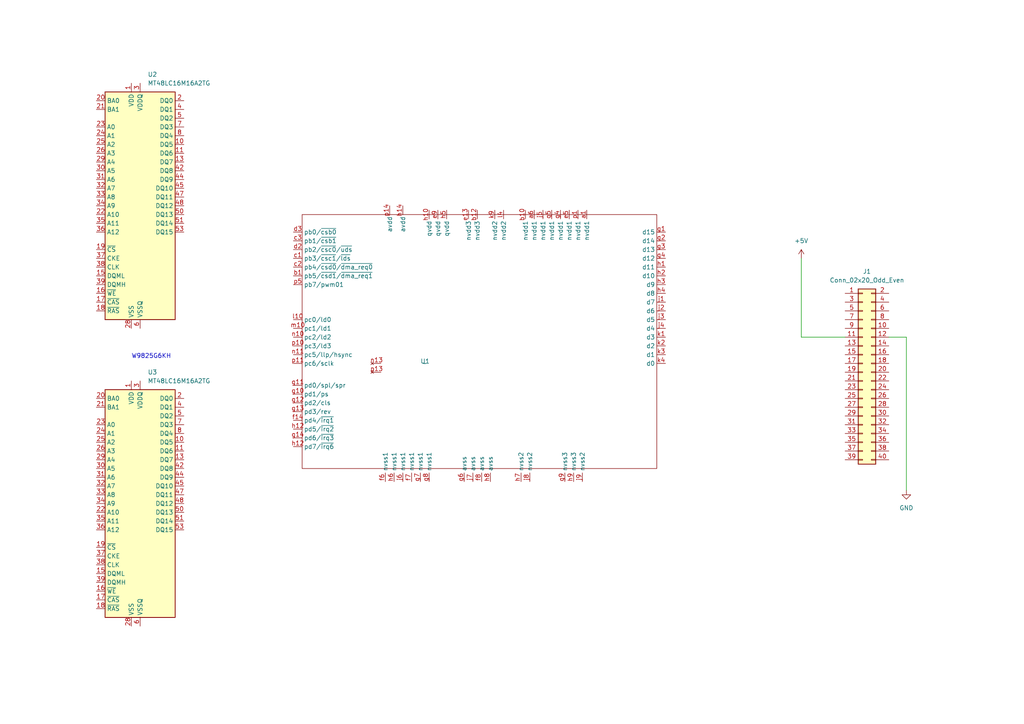
<source format=kicad_sch>
(kicad_sch (version 20230121) (generator eeschema)
  (paper "A4")
  (lib_symbols
    (symbol "Connector_Generic:Conn_02x20_Odd_Even" (pin_names (offset 1.016) hide)
      (property "Reference" "J" (at 1.27 25.4 0))
      (property "Value" "Conn_02x20_Odd_Even" (at 1.27 -27.94 0))
      (symbol "Conn_02x20_Odd_Even_1_1"
        (rectangle (start -1.27 -25.273) (end 0 -25.527) (stroke (width 0.1524)))
        (rectangle (start -1.27 -22.733) (end 0 -22.987) (stroke (width 0.1524)))
        (rectangle (start -1.27 -20.193) (end 0 -20.447) (stroke (width 0.1524)))
        (rectangle (start -1.27 -17.653) (end 0 -17.907) (stroke (width 0.1524)))
        (rectangle (start -1.27 -15.113) (end 0 -15.367) (stroke (width 0.1524)))
        (rectangle (start -1.27 -12.573) (end 0 -12.827) (stroke (width 0.1524)))
        (rectangle (start -1.27 -10.033) (end 0 -10.287) (stroke (width 0.1524)))
        (rectangle (start -1.27 -7.493) (end 0 -7.747) (stroke (width 0.1524)))
        (rectangle (start -1.27 -4.953) (end 0 -5.207) (stroke (width 0.1524)))
        (rectangle (start -1.27 -2.413) (end 0 -2.667) (stroke (width 0.1524)))
        (rectangle (start -1.27 0.127) (end 0 -0.127) (stroke (width 0.1524)))
        (rectangle (start -1.27 2.667) (end 0 2.413) (stroke (width 0.1524)))
        (rectangle (start -1.27 5.207) (end 0 4.953) (stroke (width 0.1524)))
        (rectangle (start -1.27 7.747) (end 0 7.493) (stroke (width 0.1524)))
        (rectangle (start -1.27 10.287) (end 0 10.033) (stroke (width 0.1524)))
        (rectangle (start -1.27 12.827) (end 0 12.573) (stroke (width 0.1524)))
        (rectangle (start -1.27 15.367) (end 0 15.113) (stroke (width 0.1524)))
        (rectangle (start -1.27 17.907) (end 0 17.653) (stroke (width 0.1524)))
        (rectangle (start -1.27 20.447) (end 0 20.193) (stroke (width 0.1524)))
        (rectangle (start -1.27 22.987) (end 0 22.733) (stroke (width 0.1524)))
        (rectangle (start -1.27 24.13) (end 3.81 -26.67) (stroke (width 0.254)) (fill (type background)))
        (rectangle (start 3.81 -25.273) (end 2.54 -25.527) (stroke (width 0.1524)))
        (rectangle (start 3.81 -22.733) (end 2.54 -22.987) (stroke (width 0.1524)))
        (rectangle (start 3.81 -20.193) (end 2.54 -20.447) (stroke (width 0.1524)))
        (rectangle (start 3.81 -17.653) (end 2.54 -17.907) (stroke (width 0.1524)))
        (rectangle (start 3.81 -15.113) (end 2.54 -15.367) (stroke (width 0.1524)))
        (rectangle (start 3.81 -12.573) (end 2.54 -12.827) (stroke (width 0.1524)))
        (rectangle (start 3.81 -10.033) (end 2.54 -10.287) (stroke (width 0.1524)))
        (rectangle (start 3.81 -7.493) (end 2.54 -7.747) (stroke (width 0.1524)))
        (rectangle (start 3.81 -4.953) (end 2.54 -5.207) (stroke (width 0.1524)))
        (rectangle (start 3.81 -2.413) (end 2.54 -2.667) (stroke (width 0.1524)))
        (rectangle (start 3.81 0.127) (end 2.54 -0.127) (stroke (width 0.1524)))
        (rectangle (start 3.81 2.667) (end 2.54 2.413) (stroke (width 0.1524)))
        (rectangle (start 3.81 5.207) (end 2.54 4.953) (stroke (width 0.1524)))
        (rectangle (start 3.81 7.747) (end 2.54 7.493) (stroke (width 0.1524)))
        (rectangle (start 3.81 10.287) (end 2.54 10.033) (stroke (width 0.1524)))
        (rectangle (start 3.81 12.827) (end 2.54 12.573) (stroke (width 0.1524)))
        (rectangle (start 3.81 15.367) (end 2.54 15.113) (stroke (width 0.1524)))
        (rectangle (start 3.81 17.907) (end 2.54 17.653) (stroke (width 0.1524)))
        (rectangle (start 3.81 20.447) (end 2.54 20.193) (stroke (width 0.1524)))
        (rectangle (start 3.81 22.987) (end 2.54 22.733) (stroke (width 0.1524)))
        (pin passive line (at -5.08 22.86 0) (length 3.81) (name "Pin_1") (number "1"))
        (pin passive line (at 7.62 12.7 180) (length 3.81) (name "Pin_10") (number "10"))
        (pin passive line (at -5.08 10.16 0) (length 3.81) (name "Pin_11") (number "11"))
        (pin passive line (at 7.62 10.16 180) (length 3.81) (name "Pin_12") (number "12"))
        (pin passive line (at -5.08 7.62 0) (length 3.81) (name "Pin_13") (number "13"))
        (pin passive line (at 7.62 7.62 180) (length 3.81) (name "Pin_14") (number "14"))
        (pin passive line (at -5.08 5.08 0) (length 3.81) (name "Pin_15") (number "15"))
        (pin passive line (at 7.62 5.08 180) (length 3.81) (name "Pin_16") (number "16"))
        (pin passive line (at -5.08 2.54 0) (length 3.81) (name "Pin_17") (number "17"))
        (pin passive line (at 7.62 2.54 180) (length 3.81) (name "Pin_18") (number "18"))
        (pin passive line (at -5.08 0 0) (length 3.81) (name "Pin_19") (number "19"))
        (pin passive line (at 7.62 22.86 180) (length 3.81) (name "Pin_2") (number "2"))
        (pin passive line (at 7.62 0 180) (length 3.81) (name "Pin_20") (number "20"))
        (pin passive line (at -5.08 -2.54 0) (length 3.81) (name "Pin_21") (number "21"))
        (pin passive line (at 7.62 -2.54 180) (length 3.81) (name "Pin_22") (number "22"))
        (pin passive line (at -5.08 -5.08 0) (length 3.81) (name "Pin_23") (number "23"))
        (pin passive line (at 7.62 -5.08 180) (length 3.81) (name "Pin_24") (number "24"))
        (pin passive line (at -5.08 -7.62 0) (length 3.81) (name "Pin_25") (number "25"))
        (pin passive line (at 7.62 -7.62 180) (length 3.81) (name "Pin_26") (number "26"))
        (pin passive line (at -5.08 -10.16 0) (length 3.81) (name "Pin_27") (number "27"))
        (pin passive line (at 7.62 -10.16 180) (length 3.81) (name "Pin_28") (number "28"))
        (pin passive line (at -5.08 -12.7 0) (length 3.81) (name "Pin_29") (number "29"))
        (pin passive line (at -5.08 20.32 0) (length 3.81) (name "Pin_3") (number "3"))
        (pin passive line (at 7.62 -12.7 180) (length 3.81) (name "Pin_30") (number "30"))
        (pin passive line (at -5.08 -15.24 0) (length 3.81) (name "Pin_31") (number "31"))
        (pin passive line (at 7.62 -15.24 180) (length 3.81) (name "Pin_32") (number "32"))
        (pin passive line (at -5.08 -17.78 0) (length 3.81) (name "Pin_33") (number "33"))
        (pin passive line (at 7.62 -17.78 180) (length 3.81) (name "Pin_34") (number "34"))
        (pin passive line (at -5.08 -20.32 0) (length 3.81) (name "Pin_35") (number "35"))
        (pin passive line (at 7.62 -20.32 180) (length 3.81) (name "Pin_36") (number "36"))
        (pin passive line (at -5.08 -22.86 0) (length 3.81) (name "Pin_37") (number "37"))
        (pin passive line (at 7.62 -22.86 180) (length 3.81) (name "Pin_38") (number "38"))
        (pin passive line (at -5.08 -25.4 0) (length 3.81) (name "Pin_39") (number "39"))
        (pin passive line (at 7.62 20.32 180) (length 3.81) (name "Pin_4") (number "4"))
        (pin passive line (at 7.62 -25.4 180) (length 3.81) (name "Pin_40") (number "40"))
        (pin passive line (at -5.08 17.78 0) (length 3.81) (name "Pin_5") (number "5"))
        (pin passive line (at 7.62 17.78 180) (length 3.81) (name "Pin_6") (number "6"))
        (pin passive line (at -5.08 15.24 0) (length 3.81) (name "Pin_7") (number "7"))
        (pin passive line (at 7.62 15.24 180) (length 3.81) (name "Pin_8") (number "8"))
        (pin passive line (at -5.08 12.7 0) (length 3.81) (name "Pin_9") (number "9"))
      )
    )
    (symbol "Memory_RAM:MT48LC16M16A2TG"
      (property "Reference" "U" (at -8.89 34.29 0))
      (property "Value" "MT48LC16M16A2TG" (at 8.89 34.29 0))
      (symbol "MT48LC16M16A2TG_0_1"
        (rectangle (start -10.16 33.02) (end 10.16 -33.02) (stroke (width 0.254)) (fill (type background)))
      )
      (symbol "MT48LC16M16A2TG_1_1"
        (pin power_in line (at -2.54 35.56 270) (length 2.54) (name "VDD") (number "1"))
        (pin bidirectional line (at 12.7 17.78 180) (length 2.54) (name "DQ5") (number "10"))
        (pin bidirectional line (at 12.7 15.24 180) (length 2.54) (name "DQ6") (number "11"))
        (pin passive line (at 0 -35.56 90) (length 2.54) hide (name "VSSQ") (number "12"))
        (pin bidirectional line (at 12.7 12.7 180) (length 2.54) (name "DQ7") (number "13"))
        (pin passive line (at -2.54 35.56 270) (length 2.54) hide (name "VDD") (number "14"))
        (pin input line (at -12.7 -20.32 0) (length 2.54) (name "DQML") (number "15"))
        (pin input line (at -12.7 -25.4 0) (length 2.54) (name "~{WE}") (number "16"))
        (pin input line (at -12.7 -27.94 0) (length 2.54) (name "~{CAS}") (number "17"))
        (pin input line (at -12.7 -30.48 0) (length 2.54) (name "~{RAS}") (number "18"))
        (pin input line (at -12.7 -12.7 0) (length 2.54) (name "~{CS}") (number "19"))
        (pin bidirectional line (at 12.7 30.48 180) (length 2.54) (name "DQ0") (number "2"))
        (pin input line (at -12.7 30.48 0) (length 2.54) (name "BA0") (number "20"))
        (pin input line (at -12.7 27.94 0) (length 2.54) (name "BA1") (number "21"))
        (pin input line (at -12.7 -2.54 0) (length 2.54) (name "A10") (number "22"))
        (pin input line (at -12.7 22.86 0) (length 2.54) (name "A0") (number "23"))
        (pin input line (at -12.7 20.32 0) (length 2.54) (name "A1") (number "24"))
        (pin input line (at -12.7 17.78 0) (length 2.54) (name "A2") (number "25"))
        (pin input line (at -12.7 15.24 0) (length 2.54) (name "A3") (number "26"))
        (pin passive line (at -2.54 35.56 270) (length 2.54) hide (name "VDD") (number "27"))
        (pin power_in line (at -2.54 -35.56 90) (length 2.54) (name "VSS") (number "28"))
        (pin input line (at -12.7 12.7 0) (length 2.54) (name "A4") (number "29"))
        (pin power_in line (at 0 35.56 270) (length 2.54) (name "VDDQ") (number "3"))
        (pin input line (at -12.7 10.16 0) (length 2.54) (name "A5") (number "30"))
        (pin input line (at -12.7 7.62 0) (length 2.54) (name "A6") (number "31"))
        (pin input line (at -12.7 5.08 0) (length 2.54) (name "A7") (number "32"))
        (pin input line (at -12.7 2.54 0) (length 2.54) (name "A8") (number "33"))
        (pin input line (at -12.7 0 0) (length 2.54) (name "A9") (number "34"))
        (pin input line (at -12.7 -5.08 0) (length 2.54) (name "A11") (number "35"))
        (pin input line (at -12.7 -7.62 0) (length 2.54) (name "A12") (number "36"))
        (pin input line (at -12.7 -15.24 0) (length 2.54) (name "CKE") (number "37"))
        (pin input line (at -12.7 -17.78 0) (length 2.54) (name "CLK") (number "38"))
        (pin input line (at -12.7 -22.86 0) (length 2.54) (name "DQMH") (number "39"))
        (pin bidirectional line (at 12.7 27.94 180) (length 2.54) (name "DQ1") (number "4"))
        (pin no_connect line (at 10.16 -20.32 180) (length 2.54) hide (name "NC") (number "40"))
        (pin passive line (at -2.54 -35.56 90) (length 2.54) hide (name "VSS") (number "41"))
        (pin bidirectional line (at 12.7 10.16 180) (length 2.54) (name "DQ8") (number "42"))
        (pin passive line (at 0 35.56 270) (length 2.54) hide (name "VDDQ") (number "43"))
        (pin bidirectional line (at 12.7 7.62 180) (length 2.54) (name "DQ9") (number "44"))
        (pin bidirectional line (at 12.7 5.08 180) (length 2.54) (name "DQ10") (number "45"))
        (pin passive line (at 0 -35.56 90) (length 2.54) hide (name "VSSQ") (number "46"))
        (pin bidirectional line (at 12.7 2.54 180) (length 2.54) (name "DQ11") (number "47"))
        (pin bidirectional line (at 12.7 0 180) (length 2.54) (name "DQ12") (number "48"))
        (pin passive line (at 0 35.56 270) (length 2.54) hide (name "VDDQ") (number "49"))
        (pin bidirectional line (at 12.7 25.4 180) (length 2.54) (name "DQ2") (number "5"))
        (pin bidirectional line (at 12.7 -2.54 180) (length 2.54) (name "DQ13") (number "50"))
        (pin bidirectional line (at 12.7 -5.08 180) (length 2.54) (name "DQ14") (number "51"))
        (pin passive line (at 0 -35.56 90) (length 2.54) hide (name "VSSQ") (number "52"))
        (pin bidirectional line (at 12.7 -7.62 180) (length 2.54) (name "DQ15") (number "53"))
        (pin passive line (at -2.54 -35.56 90) (length 2.54) hide (name "VSS") (number "54"))
        (pin power_in line (at 0 -35.56 90) (length 2.54) (name "VSSQ") (number "6"))
        (pin bidirectional line (at 12.7 22.86 180) (length 2.54) (name "DQ3") (number "7"))
        (pin bidirectional line (at 12.7 20.32 180) (length 2.54) (name "DQ4") (number "8"))
        (pin passive line (at 0 35.56 270) (length 2.54) hide (name "VDDQ") (number "9"))
      )
    )
    (symbol "dragonball:mc68sz328"
      (property "Reference" "U" (at 0 0 0))
      (symbol "mc68sz328_0_1"
        (rectangle (start -49.53 36.83) (end 53.34 -36.83))
      )
      (symbol "mc68sz328_1_1"
        (pin power_in line (at 33.02 38.1 270) (length 2.54) (name "nvdd1") (number "a1"))
        (pin power_in line (at 17.78 38.1 270) (length 2.54) (name "nvdd1") (number "a6"))
        (pin bidirectional line (at -52.07 19.05 0) (length 2.54) (name "pb5/~{csd1}/~{dma_req1}") (number "b1"))
        (pin power_in line (at 15.24 38.1 270) (length 2.54) (name "nvdd1") (number "b10"))
        (pin power_in line (at 1.27 38.1 270) (length 2.54) (name "nvdd3") (number "b12"))
        (pin bidirectional line (at -52.07 24.13 0) (length 2.54) (name "pb3/~{csc1}/~{lds}") (number "c1"))
        (pin bidirectional line (at -52.07 21.59 0) (length 2.54) (name "pb4/~{csd0}/~{dma_req0}") (number "c2"))
        (pin bidirectional line (at -52.07 29.21 0) (length 2.54) (name "pb1/~{csb1}") (number "c3"))
        (pin bidirectional line (at -52.07 26.67 0) (length 2.54) (name "pb2/~{csc0}/~{uds}") (number "d2"))
        (pin bidirectional line (at -52.07 31.75 0) (length 2.54) (name "pb0/~{csb0}") (number "d3"))
        (pin power_in line (at -1.27 38.1 270) (length 2.54) (name "nvdd3") (number "e13"))
        (pin power_in line (at 27.94 38.1 270) (length 2.54) (name "nvdd1") (number "e5"))
        (pin power_in line (at -10.16 38.1 270) (length 2.54) (name "qvdd") (number "e9"))
        (pin bidirectional line (at -52.07 -22.86 0) (length 2.54) (name "pd4/~{irq1}") (number "f14"))
        (pin power_in line (at -25.4 -40.64 90) (length 2.54) (name "nvss1") (number "f6"))
        (pin power_in line (at -17.78 -40.64 90) (length 2.54) (name "nvss1") (number "f7"))
        (pin power_in line (at 2.54 -40.64 90) (length 2.54) (name "avss") (number "f8"))
        (pin bidirectional line (at 55.88 31.75 180) (length 2.54) (name "d15") (number "g1"))
        (pin bidirectional line (at -52.07 -15.24 0) (length 2.54) (name "pd1/ps") (number "g10"))
        (pin bidirectional line (at -52.07 -12.7 0) (length 2.54) (name "pd0/spl/spr") (number "g11"))
        (pin bidirectional line (at -52.07 -17.78 0) (length 2.54) (name "pd2/cls") (number "g12"))
        (pin bidirectional line (at -52.07 -20.32 0) (length 2.54) (name "pd3/rev") (number "g13"))
        (pin bidirectional line (at -52.07 -27.94 0) (length 2.54) (name "pd6/~{irq3}") (number "g14"))
        (pin bidirectional line (at 55.88 29.21 180) (length 2.54) (name "d14") (number "g2"))
        (pin bidirectional line (at 55.88 26.67 180) (length 2.54) (name "d13") (number "g3"))
        (pin bidirectional line (at 55.88 24.13 180) (length 2.54) (name "d12") (number "g4"))
        (pin power_in line (at 25.4 38.1 270) (length 2.54) (name "nvdd1") (number "g4"))
        (pin power_in line (at 22.86 38.1 270) (length 2.54) (name "nvdd1") (number "g5"))
        (pin power_in line (at -2.54 -40.64 90) (length 2.54) (name "avss") (number "g6"))
        (pin power_in line (at -15.24 -40.64 90) (length 2.54) (name "nvss1") (number "g7"))
        (pin power_in line (at -12.7 -40.64 90) (length 2.54) (name "nvss1") (number "g8"))
        (pin power_in line (at 26.67 -40.64 90) (length 2.54) (name "nvss3") (number "g9"))
        (pin bidirectional line (at 55.88 21.59 180) (length 2.54) (name "d11") (number "h1"))
        (pin power_in line (at -12.7 38.1 270) (length 2.54) (name "qvdd") (number "h10"))
        (pin bidirectional line (at -52.07 -25.4 0) (length 2.54) (name "pd5/~{irq2}") (number "h12"))
        (pin bidirectional line (at -52.07 -30.48 0) (length 2.54) (name "pd7/~{irq6}") (number "h12"))
        (pin power_in line (at -20.32 39.37 270) (length 2.54) (name "avdd") (number "h14"))
        (pin bidirectional line (at 55.88 19.05 180) (length 2.54) (name "d10") (number "h2"))
        (pin bidirectional line (at 55.88 16.51 180) (length 2.54) (name "d9") (number "h3"))
        (pin bidirectional line (at 55.88 13.97 180) (length 2.54) (name "d8") (number "h4"))
        (pin power_in line (at -7.62 38.1 270) (length 2.54) (name "qvdd") (number "h5"))
        (pin power_in line (at -22.86 -40.64 90) (length 2.54) (name "nvss1") (number "h6"))
        (pin power_in line (at 13.97 -40.64 90) (length 2.54) (name "nvss2") (number "h7"))
        (pin power_in line (at 5.08 -40.64 90) (length 2.54) (name "avss") (number "h8"))
        (pin power_in line (at 29.21 -40.64 90) (length 2.54) (name "nvss3") (number "h9"))
        (pin bidirectional line (at 55.88 11.43 180) (length 2.54) (name "d7") (number "j1"))
        (pin bidirectional line (at 55.88 8.89 180) (length 2.54) (name "d6") (number "j2"))
        (pin bidirectional line (at 55.88 6.35 180) (length 2.54) (name "d5") (number "j3"))
        (pin bidirectional line (at 55.88 3.81 180) (length 2.54) (name "d4") (number "j4"))
        (pin power_in line (at 20.32 38.1 270) (length 2.54) (name "nvdd1") (number "j5"))
        (pin power_in line (at -20.32 -40.64 90) (length 2.54) (name "nvss1") (number "j6"))
        (pin power_in line (at 0 -40.64 90) (length 2.54) (name "avss") (number "j7"))
        (pin power_in line (at 16.51 -40.64 90) (length 2.54) (name "nvss2") (number "j8"))
        (pin power_in line (at 31.75 -40.64 90) (length 2.54) (name "nvss2") (number "j9"))
        (pin bidirectional line (at 55.88 1.27 180) (length 2.54) (name "d3") (number "k1"))
        (pin bidirectional line (at 55.88 -1.27 180) (length 2.54) (name "d2") (number "k2"))
        (pin bidirectional line (at 55.88 -3.81 180) (length 2.54) (name "d1") (number "k3"))
        (pin bidirectional line (at 55.88 -6.35 180) (length 2.54) (name "d0") (number "k4"))
        (pin power_in line (at 6.35 38.1 270) (length 2.54) (name "nvdd2") (number "k9"))
        (pin bidirectional line (at -52.07 6.35 0) (length 2.54) (name "pc0/ld0") (number "l10"))
        (pin power_in line (at 8.89 38.1 270) (length 2.54) (name "nvdd2") (number "l4"))
        (pin bidirectional line (at -52.07 3.81 0) (length 2.54) (name "pc1/ld1") (number "m10"))
        (pin bidirectional line (at -52.07 1.27 0) (length 2.54) (name "pc2/ld2") (number "n10"))
        (pin bidirectional line (at -52.07 -3.81 0) (length 2.54) (name "pc5/llp/hsync") (number "n11"))
        (pin no_connect line (at -29.21 -6.35 0) (length 2.54) (name "") (number "n13"))
        (pin power_in line (at 30.48 38.1 270) (length 2.54) (name "nvdd1") (number "p1"))
        (pin bidirectional line (at -52.07 -1.27 0) (length 2.54) (name "pc3/ld3") (number "p10"))
        (pin bidirectional line (at -52.07 -6.35 0) (length 2.54) (name "pc6/sclk") (number "p11"))
        (pin no_connect line (at -29.21 -8.89 0) (length 2.54) (name "") (number "p13"))
        (pin power_in line (at -24.13 39.37 270) (length 2.54) (name "avdd") (number "p14"))
        (pin bidirectional line (at -52.07 16.51 0) (length 2.54) (name "pb7/pwm01") (number "p5"))
      )
    )
    (symbol "power:+5V" (power) (pin_names (offset 0))
      (property "Value" "+5V" (at 0 3.556 0))
      (symbol "+5V_0_1"
        (polyline (pts (xy -0.762 1.27) (xy 0 2.54)))
        (polyline (pts (xy 0 0) (xy 0 2.54)))
        (polyline (pts (xy 0 2.54) (xy 0.762 1.27)))
      )
      (symbol "+5V_1_1"
        (pin power_in line (at 0 0 90) (length 0) hide (name "+5V") (number "1"))
      )
    )
    (symbol "power:GND" (power) (pin_names (offset 0))
      (property "Value" "GND" (at 0 -3.81 0))
      (symbol "GND_0_1"
        (polyline (pts (xy 0 0) (xy 0 -1.27) (xy 1.27 -1.27) (xy 0 -2.54) (xy -1.27 -1.27) (xy 0 -1.27)))
      )
      (symbol "GND_1_1"
        (pin power_in line (at 0 0 270) (length 0) hide (name "GND") (number "1"))
      )
    )
  )
  (wire (pts (xy 262.89 142.24) (xy 262.89 97.79)))
  (wire (pts (xy 257.81 97.79) (xy 262.89 97.79)))
  (wire (pts (xy 232.41 74.93) (xy 232.41 97.79)))
  (wire (pts (xy 245.11 97.79) (xy 232.41 97.79)))
  (text "W9825G6KH" (at 38.1 104.14 0) (effects (font (size 1.27 1.27)) (justify left bottom)))
  (symbol (lib_id "power:GND") (at 262.89 142.24 0) (unit 1)
    (property "Reference" "#PWR01" (effects hide))
    (property "Value" "GND" (at 262.89 147.32 0))
  )
  (symbol (lib_id "dragonball:mc68sz328") (at 137.16 99.06 0) (unit 1)
    (property "Reference" "U1" (at 121.92 104.775 0) (effects (justify left)))
    (property "Value" "~" (at 123.19 105.41 0))
    (property "Footprint" "mapbga-11x11-0_8mm:BGA-196_14x14_12.0x12.0mm" (effects hide))
  )
  (symbol (lib_id "power:+5V") (at 232.41 74.93 0) (unit 1)
    (property "Reference" "#PWR02" (effects hide))
    (property "Value" "+5V" (at 232.41 69.85 0))
  )
  (symbol (lib_id "Memory_RAM:MT48LC16M16A2TG") (at 40.64 146.05 0) (unit 1)
    (property "Reference" "U3" (at 42.8341 107.95 0) (effects (justify left)))
    (property "Value" "MT48LC16M16A2TG" (at 42.8341 110.49 0) (effects (justify left)))
    (property "Footprint" "Package_SO:TSOP-II-54_22.2x10.16mm_P0.8mm" (effects hide))
    (property "Datasheet" "https://www.micron.com/-/media/client/global/documents/products/data-sheet/dram/256mb_sdr.pdf" (effects hide))
  )
  (symbol (lib_id "Memory_RAM:MT48LC16M16A2TG") (at 40.64 59.69 0) (unit 1)
    (property "Reference" "U2" (at 42.8341 21.59 0) (effects (justify left)))
    (property "Value" "MT48LC16M16A2TG" (at 42.8341 24.13 0) (effects (justify left)))
    (property "Footprint" "Package_SO:TSOP-II-54_22.2x10.16mm_P0.8mm" (effects hide))
    (property "Datasheet" "https://www.micron.com/-/media/client/global/documents/products/data-sheet/dram/256mb_sdr.pdf" (effects hide))
  )
  (symbol (lib_id "Connector_Generic:Conn_02x20_Odd_Even") (at 250.19 107.95 0) (unit 1)
    (property "Reference" "J1" (at 251.46 78.74 0))
    (property "Value" "Conn_02x20_Odd_Even" (at 251.46 81.28 0))
    (property "Footprint" "Connector_PinSocket_2.54mm:PinSocket_2x20_P2.54mm_Vertical" (effects hide))
  )
)
</source>
